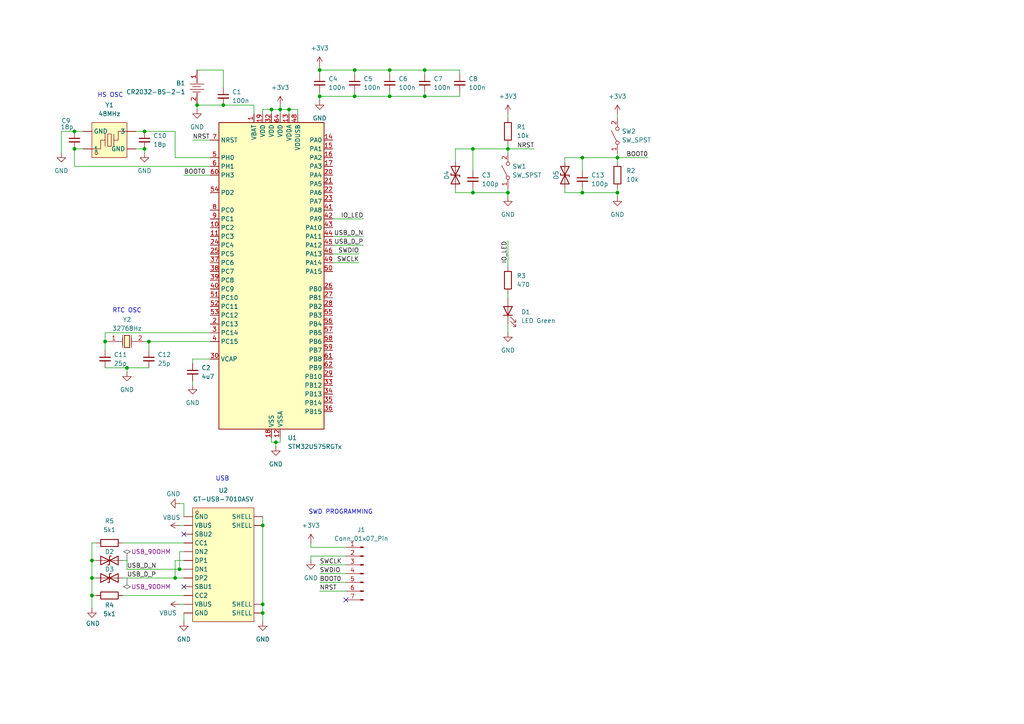
<source format=kicad_sch>
(kicad_sch (version 20250114) (generator "eeschema") (generator_version "9.0")
  (paper "A4")
  (lib_symbols
    (symbol "Connector:Conn_01x07_Pin" (pin_names (offset 1.016) (hide yes))
      (property "Reference" "J" (at 0 10.16 0))
      (property "Value" "Conn_01x07_Pin" (at 0 -10.16 0))
      (symbol "Conn_01x07_Pin_1_1"
        (rectangle (start 0.8636 7.747) (end 0 7.493) (stroke (width 0.1524)) (fill (type outline)))
        (rectangle (start 0.8636 5.207) (end 0 4.953) (stroke (width 0.1524)) (fill (type outline)))
        (rectangle (start 0.8636 2.667) (end 0 2.413) (stroke (width 0.1524)) (fill (type outline)))
        (rectangle (start 0.8636 0.127) (end 0 -0.127) (stroke (width 0.1524)) (fill (type outline)))
        (rectangle (start 0.8636 -2.413) (end 0 -2.667) (stroke (width 0.1524)) (fill (type outline)))
        (rectangle (start 0.8636 -4.953) (end 0 -5.207) (stroke (width 0.1524)) (fill (type outline)))
        (rectangle (start 0.8636 -7.493) (end 0 -7.747) (stroke (width 0.1524)) (fill (type outline)))
        (polyline (pts (xy 1.27 7.62) (xy 0.8636 7.62)) (stroke (width 0.1524)))
        (polyline (pts (xy 1.27 5.08) (xy 0.8636 5.08)) (stroke (width 0.1524)))
        (polyline (pts (xy 1.27 2.54) (xy 0.8636 2.54)) (stroke (width 0.1524)))
        (polyline (pts (xy 1.27 0) (xy 0.8636 0)) (stroke (width 0.1524)))
        (polyline (pts (xy 1.27 -2.54) (xy 0.8636 -2.54)) (stroke (width 0.1524)))
        (polyline (pts (xy 1.27 -5.08) (xy 0.8636 -5.08)) (stroke (width 0.1524)))
        (polyline (pts (xy 1.27 -7.62) (xy 0.8636 -7.62)) (stroke (width 0.1524)))
        (pin passive line (at 5.08 7.62 180) (length 3.81) (name "Pin_1") (number "1"))
        (pin passive line (at 5.08 5.08 180) (length 3.81) (name "Pin_2") (number "2"))
        (pin passive line (at 5.08 2.54 180) (length 3.81) (name "Pin_3") (number "3"))
        (pin passive line (at 5.08 0 180) (length 3.81) (name "Pin_4") (number "4"))
        (pin passive line (at 5.08 -2.54 180) (length 3.81) (name "Pin_5") (number "5"))
        (pin passive line (at 5.08 -5.08 180) (length 3.81) (name "Pin_6") (number "6"))
        (pin passive line (at 5.08 -7.62 180) (length 3.81) (name "Pin_7") (number "7"))
      )
    )
    (symbol "Device:C_Small" (pin_numbers (hide yes)) (pin_names (offset 0.254) (hide yes))
      (property "Reference" "C" (at 0.254 1.778 0))
      (property "Value" "C_Small" (at 0.254 -2.032 0))
      (symbol "C_Small_0_1"
        (polyline (pts (xy -1.524 0.508) (xy 1.524 0.508)) (stroke (width 0.3048)))
        (polyline (pts (xy -1.524 -0.508) (xy 1.524 -0.508)) (stroke (width 0.3302)))
      )
      (symbol "C_Small_1_1"
        (pin passive line (at 0 2.54 270) (length 2.032) (name "~") (number "1"))
        (pin passive line (at 0 -2.54 90) (length 2.032) (name "~") (number "2"))
      )
    )
    (symbol "Device:D_TVS" (pin_numbers (hide yes)) (pin_names (offset 1.016) (hide yes))
      (property "Reference" "D" (at 0 2.54 0))
      (property "Value" "D_TVS" (at 0 -2.54 0))
      (symbol "D_TVS_0_1"
        (polyline (pts (xy -2.54 1.27) (xy -2.54 -1.27) (xy 2.54 1.27) (xy 2.54 -1.27) (xy -2.54 1.27)) (stroke (width 0.254)))
        (polyline (pts (xy 0.508 1.27) (xy 0 1.27) (xy 0 -1.27) (xy -0.508 -1.27)) (stroke (width 0.254)))
        (polyline (pts (xy 1.27 0) (xy -1.27 0)))
      )
      (symbol "D_TVS_1_1"
        (pin passive line (at -3.81 0 0) (length 2.54) (name "A1") (number "1"))
        (pin passive line (at 3.81 0 180) (length 2.54) (name "A2") (number "2"))
      )
    )
    (symbol "Device:LED" (pin_numbers (hide yes)) (pin_names (offset 1.016) (hide yes))
      (property "Reference" "D" (at 0 2.54 0))
      (property "Value" "LED" (at 0 -2.54 0))
      (symbol "LED_0_1"
        (polyline (pts (xy -3.048 -0.762) (xy -4.572 -2.286) (xy -3.81 -2.286) (xy -4.572 -2.286) (xy -4.572 -1.524)))
        (polyline (pts (xy -1.778 -0.762) (xy -3.302 -2.286) (xy -2.54 -2.286) (xy -3.302 -2.286) (xy -3.302 -1.524)))
        (polyline (pts (xy -1.27 0) (xy 1.27 0)))
        (polyline (pts (xy -1.27 -1.27) (xy -1.27 1.27)) (stroke (width 0.254)))
        (polyline (pts (xy 1.27 -1.27) (xy 1.27 1.27) (xy -1.27 0) (xy 1.27 -1.27)) (stroke (width 0.254)))
      )
      (symbol "LED_1_1"
        (pin passive line (at -3.81 0 0) (length 2.54) (name "K") (number "1"))
        (pin passive line (at 3.81 0 180) (length 2.54) (name "A") (number "2"))
      )
    )
    (symbol "Device:R" (pin_numbers (hide yes)) (pin_names (offset 0))
      (property "Reference" "R" (at 2.032 0 90))
      (property "Value" "R" (at 0 0 90))
      (symbol "R_0_1"
        (rectangle (start -1.016 -2.54) (end 1.016 2.54) (stroke (width 0.254)))
      )
      (symbol "R_1_1"
        (pin passive line (at 0 3.81 270) (length 1.27) (name "~") (number "1"))
        (pin passive line (at 0 -3.81 90) (length 1.27) (name "~") (number "2"))
      )
    )
    (symbol "EasyEDA:CN4048M00009T8188019" (pin_numbers (hide yes))
      (property "Reference" "CRYSTAL" (at 0 7.62 0))
      (property "Value" "CN4048M00009T8188019" (at 0 -7.62 0))
      (symbol "CN4048M00009T8188019_0_1"
        (rectangle (start -5.08 5.08) (end 5.08 -5.08) (fill (type background)))
        (polyline (pts (xy -5.08 -2.54) (xy -2.54 -2.54) (xy -2.54 0) (xy -1.27 0)))
        (circle (center -3.81 -3.81) (radius 0.38))
        (polyline (pts (xy -1.27 -1.78) (xy -1.27 1.78)))
        (rectangle (start -0.51 1.78) (end 0.51 -1.78) (fill (type background)))
        (polyline (pts (xy 1.27 -1.78) (xy 1.27 1.78)))
        (polyline (pts (xy 5.08 2.54) (xy 2.54 2.54) (xy 2.54 0) (xy 1.27 0)))
        (pin input line (at -7.62 2.54 0) (length 2.54) (name "GND") (number "4"))
        (pin input line (at -7.62 -2.54 0) (length 2.54) (name "1") (number "1"))
        (pin input line (at 7.62 2.54 180) (length 2.54) (name "3") (number "3"))
        (pin input line (at 7.62 -2.54 180) (length 2.54) (name "GND") (number "2"))
      )
    )
    (symbol "EasyEDA:CR2032-BS-2-1" (pin_names (hide yes))
      (property "Reference" "B" (at 0 5.08 0))
      (property "Value" "CR2032-BS-2-1" (at 0 -5.08 0))
      (symbol "CR2032-BS-2-1_0_1"
        (polyline (pts (xy -1.02 2.03) (xy -1.02 -2.03)))
        (polyline (pts (xy -0.25 1.02) (xy -0.25 -1.27)))
        (polyline (pts (xy 0.51 2.03) (xy 0.51 -2.03)))
        (polyline (pts (xy 1.27 1.02) (xy 1.27 -1.27)))
        (pin input line (at -5.08 0 0) (length 3.81) (name "1") (number "1"))
        (pin input line (at 5.08 0 180) (length 3.556) (name "2") (number "2"))
      )
    )
    (symbol "EasyEDA:GT-USB-7010ASV" (pin_numbers (hide yes))
      (property "Reference" "U" (at 0 20.32 0))
      (property "Value" "GT-USB-7010ASV" (at 0 -17.78 0))
      (symbol "GT-USB-7010ASV_0_1"
        (rectangle (start -10.16 17.78) (end 7.62 -15.24) (fill (type background)))
        (circle (center -8.89 16.51) (radius 0.38))
        (pin unspecified line (at -12.7 15.24 0) (length 2.54) (name "GND") (number "A1B12"))
        (pin unspecified line (at -12.7 12.7 0) (length 2.54) (name "VBUS") (number "A4B9"))
        (pin unspecified line (at -12.7 10.16 0) (length 2.54) (name "SBU2") (number "B8"))
        (pin unspecified line (at -12.7 7.62 0) (length 2.54) (name "CC1") (number "A5"))
        (pin unspecified line (at -12.7 5.08 0) (length 2.54) (name "DN2") (number "B7"))
        (pin unspecified line (at -12.7 2.54 0) (length 2.54) (name "DP1") (number "A6"))
        (pin unspecified line (at -12.7 0 0) (length 2.54) (name "DN1") (number "A7"))
        (pin unspecified line (at -12.7 -2.54 0) (length 2.54) (name "DP2") (number "B6"))
        (pin unspecified line (at -12.7 -5.08 0) (length 2.54) (name "SBU1") (number "A8"))
        (pin unspecified line (at -12.7 -7.62 0) (length 2.54) (name "CC2") (number "B5"))
        (pin unspecified line (at -12.7 -10.16 0) (length 2.54) (name "VBUS") (number "B4A9"))
        (pin unspecified line (at -12.7 -12.7 0) (length 2.54) (name "GND") (number "B1A12"))
        (pin unspecified line (at 10.16 15.24 180) (length 2.54) (name "SHELL") (number "4"))
        (pin unspecified line (at 10.16 12.7 180) (length 2.54) (name "SHELL") (number "3"))
        (pin unspecified line (at 10.16 -10.16 180) (length 2.54) (name "SHELL") (number "2"))
        (pin unspecified line (at 10.16 -12.7 180) (length 2.54) (name "SHELL") (number "1"))
      )
    )
    (symbol "EasyEDA:TAXD32768K2BGACZT2T" (pin_names (hide yes))
      (property "Reference" "X" (at 0 5.08 0))
      (property "Value" "TAXD32768K2BGACZT2T" (at 0 -5.08 0))
      (symbol "TAXD32768K2BGACZT2T_0_1"
        (polyline (pts (xy -2.54 0) (xy -1.52 0)))
        (polyline (pts (xy -1.27 -1.02) (xy -1.27 1.02)))
        (polyline (pts (xy -1.27 -1.78) (xy -1.27 1.78)))
        (polyline (pts (xy -0.76 -1.78) (xy -0.76 1.78) (xy 0.76 1.78) (xy 0.76 -1.78)))
        (polyline (pts (xy 0.76 1.78) (xy 0.76 -1.78) (xy -0.76 -1.78) (xy -0.76 1.78) (xy 0.76 1.78)) (fill (type background)))
        (polyline (pts (xy 0.76 -1.78) (xy -0.76 -1.78)))
        (polyline (pts (xy 1.27 -1.02) (xy 1.27 1.02)))
        (polyline (pts (xy 1.27 -1.78) (xy 1.27 1.78)))
        (polyline (pts (xy 2.54 0) (xy 1.52 0)))
        (pin input line (at -5.08 0 0) (length 2.54) (name "OSC1") (number "1"))
        (pin input line (at 5.08 0 180) (length 2.54) (name "OSC2") (number "2"))
      )
    )
    (symbol "MCU_ST_STM32U5:STM32U575RGTx"
      (property "Reference" "U" (at -15.24 46.99 0))
      (property "Value" "STM32U575RGTx" (at 10.16 46.99 0))
      (symbol "STM32U575RGTx_0_1"
        (rectangle (start -15.24 -43.18) (end 15.24 45.72) (stroke (width 0.254)) (fill (type background)))
      )
      (symbol "STM32U575RGTx_1_1"
        (pin input line (at -17.78 40.64 0) (length 2.54) (name "NRST") (number "7"))
        (pin bidirectional line (at -17.78 35.56 0) (length 2.54) (name "PH0") (number "5"))
        (pin bidirectional line (at -17.78 33.02 0) (length 2.54) (name "PH1") (number "6"))
        (pin bidirectional line (at -17.78 30.48 0) (length 2.54) (name "PH3") (number "60"))
        (pin bidirectional line (at -17.78 25.4 0) (length 2.54) (name "PD2") (number "54"))
        (pin bidirectional line (at -17.78 20.32 0) (length 2.54) (name "PC0") (number "8"))
        (pin bidirectional line (at -17.78 17.78 0) (length 2.54) (name "PC1") (number "9"))
        (pin bidirectional line (at -17.78 15.24 0) (length 2.54) (name "PC2") (number "10"))
        (pin bidirectional line (at -17.78 12.7 0) (length 2.54) (name "PC3") (number "11"))
        (pin bidirectional line (at -17.78 10.16 0) (length 2.54) (name "PC4") (number "24"))
        (pin bidirectional line (at -17.78 7.62 0) (length 2.54) (name "PC5") (number "25"))
        (pin bidirectional line (at -17.78 5.08 0) (length 2.54) (name "PC6") (number "37"))
        (pin bidirectional line (at -17.78 2.54 0) (length 2.54) (name "PC7") (number "38"))
        (pin bidirectional line (at -17.78 0 0) (length 2.54) (name "PC8") (number "39"))
        (pin bidirectional line (at -17.78 -2.54 0) (length 2.54) (name "PC9") (number "40"))
        (pin bidirectional line (at -17.78 -5.08 0) (length 2.54) (name "PC10") (number "51"))
        (pin bidirectional line (at -17.78 -7.62 0) (length 2.54) (name "PC11") (number "52"))
        (pin bidirectional line (at -17.78 -10.16 0) (length 2.54) (name "PC12") (number "53"))
        (pin bidirectional line (at -17.78 -12.7 0) (length 2.54) (name "PC13") (number "2"))
        (pin bidirectional line (at -17.78 -15.24 0) (length 2.54) (name "PC14") (number "3"))
        (pin bidirectional line (at -17.78 -17.78 0) (length 2.54) (name "PC15") (number "4"))
        (pin power_out line (at -17.78 -22.86 0) (length 2.54) (name "VCAP") (number "30"))
        (pin power_in line (at -5.08 48.26 270) (length 2.54) (name "VBAT") (number "1"))
        (pin power_in line (at -2.54 48.26 270) (length 2.54) (name "VDD") (number "19"))
        (pin power_in line (at 0 48.26 270) (length 2.54) (name "VDD") (number "32"))
        (pin power_in line (at 0 -45.72 90) (length 2.54) (name "VSS") (number "18"))
        (pin passive line (at 0 -45.72 90) (length 2.54) (hide yes) (name "VSS") (number "31"))
        (pin passive line (at 0 -45.72 90) (length 2.54) (hide yes) (name "VSS") (number "47"))
        (pin passive line (at 0 -45.72 90) (length 2.54) (hide yes) (name "VSS") (number "63"))
        (pin power_in line (at 2.54 48.26 270) (length 2.54) (name "VDD") (number "64"))
        (pin power_in line (at 2.54 -45.72 90) (length 2.54) (name "VSSA") (number "12"))
        (pin power_in line (at 5.08 48.26 270) (length 2.54) (name "VDDA") (number "13"))
        (pin power_in line (at 7.62 48.26 270) (length 2.54) (name "VDDUSB") (number "48"))
        (pin bidirectional line (at 17.78 40.64 180) (length 2.54) (name "PA0") (number "14"))
        (pin bidirectional line (at 17.78 38.1 180) (length 2.54) (name "PA1") (number "15"))
        (pin bidirectional line (at 17.78 35.56 180) (length 2.54) (name "PA2") (number "16"))
        (pin bidirectional line (at 17.78 33.02 180) (length 2.54) (name "PA3") (number "17"))
        (pin bidirectional line (at 17.78 30.48 180) (length 2.54) (name "PA4") (number "20"))
        (pin bidirectional line (at 17.78 27.94 180) (length 2.54) (name "PA5") (number "21"))
        (pin bidirectional line (at 17.78 25.4 180) (length 2.54) (name "PA6") (number "22"))
        (pin bidirectional line (at 17.78 22.86 180) (length 2.54) (name "PA7") (number "23"))
        (pin bidirectional line (at 17.78 20.32 180) (length 2.54) (name "PA8") (number "41"))
        (pin bidirectional line (at 17.78 17.78 180) (length 2.54) (name "PA9") (number "42"))
        (pin bidirectional line (at 17.78 15.24 180) (length 2.54) (name "PA10") (number "43"))
        (pin bidirectional line (at 17.78 12.7 180) (length 2.54) (name "PA11") (number "44"))
        (pin bidirectional line (at 17.78 10.16 180) (length 2.54) (name "PA12") (number "45"))
        (pin bidirectional line (at 17.78 7.62 180) (length 2.54) (name "PA13") (number "46"))
        (pin bidirectional line (at 17.78 5.08 180) (length 2.54) (name "PA14") (number "49"))
        (pin bidirectional line (at 17.78 2.54 180) (length 2.54) (name "PA15") (number "50"))
        (pin bidirectional line (at 17.78 -2.54 180) (length 2.54) (name "PB0") (number "26"))
        (pin bidirectional line (at 17.78 -5.08 180) (length 2.54) (name "PB1") (number "27"))
        (pin bidirectional line (at 17.78 -7.62 180) (length 2.54) (name "PB2") (number "28"))
        (pin bidirectional line (at 17.78 -10.16 180) (length 2.54) (name "PB3") (number "55"))
        (pin bidirectional line (at 17.78 -12.7 180) (length 2.54) (name "PB4") (number "56"))
        (pin bidirectional line (at 17.78 -15.24 180) (length 2.54) (name "PB5") (number "57"))
        (pin bidirectional line (at 17.78 -17.78 180) (length 2.54) (name "PB6") (number "58"))
        (pin bidirectional line (at 17.78 -20.32 180) (length 2.54) (name "PB7") (number "59"))
        (pin bidirectional line (at 17.78 -22.86 180) (length 2.54) (name "PB8") (number "61"))
        (pin bidirectional line (at 17.78 -25.4 180) (length 2.54) (name "PB9") (number "62"))
        (pin bidirectional line (at 17.78 -27.94 180) (length 2.54) (name "PB10") (number "29"))
        (pin bidirectional line (at 17.78 -30.48 180) (length 2.54) (name "PB12") (number "33"))
        (pin bidirectional line (at 17.78 -33.02 180) (length 2.54) (name "PB13") (number "34"))
        (pin bidirectional line (at 17.78 -35.56 180) (length 2.54) (name "PB14") (number "35"))
        (pin bidirectional line (at 17.78 -38.1 180) (length 2.54) (name "PB15") (number "36"))
      )
    )
    (symbol "Switch:SW_SPST" (pin_names (offset 0) (hide yes))
      (property "Reference" "SW" (at 0 3.175 0))
      (property "Value" "SW_SPST" (at 0 -2.54 0))
      (symbol "SW_SPST_0_0"
        (circle (center -2.032 0) (radius 0.508))
        (polyline (pts (xy -1.524 0.254) (xy 1.524 1.778)))
        (circle (center 2.032 0) (radius 0.508))
      )
      (symbol "SW_SPST_1_1"
        (pin passive line (at -5.08 0 0) (length 2.54) (name "A") (number "1"))
        (pin passive line (at 5.08 0 180) (length 2.54) (name "B") (number "2"))
      )
    )
    (symbol "power:+3V3" (power) (pin_numbers (hide yes)) (pin_names (offset 0) (hide yes))
      (property "Value" "+3V3" (at 0 3.556 0))
      (symbol "+3V3_0_1"
        (polyline (pts (xy -0.762 1.27) (xy 0 2.54)))
        (polyline (pts (xy 0 2.54) (xy 0.762 1.27)))
        (polyline (pts (xy 0 0) (xy 0 2.54)))
      )
      (symbol "+3V3_1_1"
        (pin power_in line (at 0 0 90) (length 0) (name "~") (number "1"))
      )
    )
    (symbol "power:GND" (power) (pin_numbers (hide yes)) (pin_names (offset 0) (hide yes))
      (property "Value" "GND" (at 0 -3.81 0))
      (symbol "GND_0_1"
        (polyline (pts (xy 0 0) (xy 0 -1.27) (xy 1.27 -1.27) (xy 0 -2.54) (xy -1.27 -1.27) (xy 0 -1.27)))
      )
      (symbol "GND_1_1"
        (pin power_in line (at 0 0 270) (length 0) (name "~") (number "1"))
      )
    )
    (symbol "power:VBUS" (power) (pin_numbers (hide yes)) (pin_names (offset 0) (hide yes))
      (property "Value" "VBUS" (at 0 3.556 0))
      (symbol "VBUS_0_1"
        (polyline (pts (xy -0.762 1.27) (xy 0 2.54)))
        (polyline (pts (xy 0 2.54) (xy 0.762 1.27)))
        (polyline (pts (xy 0 0) (xy 0 2.54)))
      )
      (symbol "VBUS_1_1"
        (pin power_in line (at 0 0 90) (length 0) (name "~") (number "1"))
      )
    )
  )
  (text "HS OSC" (at 32.004 27.686 0) (effects (font (size 1.27 1.27))))
  (text "SWD PROGRAMMING" (at 98.806 148.59 0) (effects (font (size 1.27 1.27))))
  (text "RTC OSC" (at 36.83 90.17 0) (effects (font (size 1.27 1.27))))
  (text "USB" (at 64.516 138.938 0) (effects (font (size 1.27 1.27))))
  (junction (at 102.87 27.94))
  (junction (at 113.03 27.94))
  (junction (at 21.59 38.1))
  (junction (at 137.16 55.88))
  (junction (at 21.59 43.18))
  (junction (at 76.2 177.8))
  (junction (at 80.01 128.27))
  (junction (at 179.07 45.72))
  (junction (at 43.18 99.06))
  (junction (at 78.74 31.75))
  (junction (at 179.07 55.88))
  (junction (at 64.77 30.48))
  (junction (at 81.28 31.75))
  (junction (at 102.87 20.32))
  (junction (at 26.67 172.72))
  (junction (at 41.91 43.18))
  (junction (at 147.32 43.18))
  (junction (at 147.32 55.88))
  (junction (at 41.91 38.1))
  (junction (at 113.03 20.32))
  (junction (at 36.83 106.68))
  (junction (at 52.07 165.1))
  (junction (at 137.16 43.18))
  (junction (at 30.48 99.06))
  (junction (at 168.91 45.72))
  (junction (at 76.2 175.26))
  (junction (at 76.2 152.4))
  (junction (at 123.19 20.32))
  (junction (at 92.71 27.94))
  (junction (at 26.67 162.56))
  (junction (at 168.91 55.88))
  (junction (at 92.71 20.32))
  (junction (at 26.67 167.64))
  (junction (at 123.19 27.94))
  (junction (at 50.8 167.64))
  (junction (at 57.15 30.48))
  (junction (at 83.82 31.75))
  (no_connect (at 100.33 173.99))
  (no_connect (at 53.34 170.18))
  (no_connect (at 53.34 154.94))
  (wire (pts (xy 179.07 55.88) (xy 179.07 57.15)))
  (wire (pts (xy 55.88 40.64) (xy 60.96 40.64)))
  (wire (pts (xy 92.71 27.94) (xy 92.71 29.21)))
  (wire (pts (xy 73.66 33.02) (xy 73.66 30.48)))
  (wire (pts (xy 163.83 55.88) (xy 163.83 54.61)))
  (wire (pts (xy 92.71 166.37) (xy 100.33 166.37)))
  (wire (pts (xy 21.59 48.26) (xy 60.96 48.26)))
  (wire (pts (xy 113.03 20.32) (xy 123.19 20.32)))
  (wire (pts (xy 17.78 38.1) (xy 21.59 38.1)))
  (wire (pts (xy 123.19 20.32) (xy 123.19 21.59)))
  (wire (pts (xy 179.07 45.72) (xy 179.07 44.45)))
  (wire (pts (xy 147.32 55.88) (xy 147.32 54.61)))
  (wire (pts (xy 137.16 55.88) (xy 147.32 55.88)))
  (wire (pts (xy 55.88 110.49) (xy 55.88 111.76)))
  (wire (pts (xy 132.08 46.99) (xy 132.08 43.18)))
  (wire (pts (xy 76.2 33.02) (xy 76.2 31.75)))
  (wire (pts (xy 30.48 96.52) (xy 60.96 96.52)))
  (wire (pts (xy 26.67 167.64) (xy 27.94 167.64)))
  (wire (pts (xy 147.32 55.88) (xy 147.32 57.15)))
  (wire (pts (xy 41.91 43.18) (xy 41.91 44.45)))
  (wire (pts (xy 147.32 41.91) (xy 147.32 43.18)))
  (wire (pts (xy 53.34 146.05) (xy 53.34 149.86)))
  (wire (pts (xy 53.34 50.8) (xy 60.96 50.8)))
  (wire (pts (xy 21.59 38.1) (xy 24.13 38.1)))
  (wire (pts (xy 132.08 43.18) (xy 137.16 43.18)))
  (wire (pts (xy 39.37 38.1) (xy 41.91 38.1)))
  (wire (pts (xy 76.2 175.26) (xy 76.2 177.8)))
  (wire (pts (xy 168.91 55.88) (xy 168.91 54.61)))
  (wire (pts (xy 76.2 152.4) (xy 76.2 175.26)))
  (wire (pts (xy 26.67 157.48) (xy 27.94 157.48)))
  (wire (pts (xy 78.74 128.27) (xy 80.01 128.27)))
  (wire (pts (xy 41.91 99.06) (xy 43.18 99.06)))
  (wire (pts (xy 78.74 31.75) (xy 81.28 31.75)))
  (wire (pts (xy 39.37 43.18) (xy 41.91 43.18)))
  (wire (pts (xy 35.56 162.56) (xy 36.83 162.56)))
  (wire (pts (xy 147.32 93.98) (xy 147.32 96.52)))
  (wire (pts (xy 113.03 20.32) (xy 113.03 21.59)))
  (wire (pts (xy 30.48 99.06) (xy 31.75 99.06)))
  (wire (pts (xy 123.19 27.94) (xy 133.35 27.94)))
  (wire (pts (xy 78.74 127) (xy 78.74 128.27)))
  (wire (pts (xy 147.32 33.02) (xy 147.32 34.29)))
  (wire (pts (xy 92.71 27.94) (xy 102.87 27.94)))
  (wire (pts (xy 36.83 106.68) (xy 43.18 106.68)))
  (wire (pts (xy 81.28 33.02) (xy 81.28 31.75)))
  (wire (pts (xy 35.56 157.48) (xy 53.34 157.48)))
  (wire (pts (xy 26.67 167.64) (xy 26.67 172.72)))
  (wire (pts (xy 168.91 55.88) (xy 163.83 55.88)))
  (wire (pts (xy 36.83 165.1) (xy 52.07 165.1)))
  (wire (pts (xy 26.67 172.72) (xy 27.94 172.72)))
  (wire (pts (xy 147.32 43.18) (xy 147.32 44.45)))
  (wire (pts (xy 52.07 160.02) (xy 52.07 165.1)))
  (wire (pts (xy 92.71 20.32) (xy 92.71 21.59)))
  (wire (pts (xy 92.71 19.05) (xy 92.71 20.32)))
  (wire (pts (xy 35.56 172.72) (xy 53.34 172.72)))
  (wire (pts (xy 179.07 33.02) (xy 179.07 34.29)))
  (wire (pts (xy 137.16 55.88) (xy 137.16 54.61)))
  (wire (pts (xy 55.88 104.14) (xy 60.96 104.14)))
  (wire (pts (xy 96.52 63.5) (xy 105.41 63.5)))
  (wire (pts (xy 179.07 45.72) (xy 179.07 46.99)))
  (wire (pts (xy 50.8 45.72) (xy 60.96 45.72)))
  (wire (pts (xy 163.83 46.99) (xy 163.83 45.72)))
  (wire (pts (xy 76.2 31.75) (xy 78.74 31.75)))
  (wire (pts (xy 92.71 20.32) (xy 102.87 20.32)))
  (wire (pts (xy 137.16 55.88) (xy 132.08 55.88)))
  (wire (pts (xy 123.19 26.67) (xy 123.19 27.94)))
  (wire (pts (xy 102.87 20.32) (xy 102.87 21.59)))
  (wire (pts (xy 90.17 161.29) (xy 90.17 162.56)))
  (wire (pts (xy 113.03 26.67) (xy 113.03 27.94)))
  (wire (pts (xy 26.67 162.56) (xy 26.67 167.64)))
  (wire (pts (xy 52.07 146.05) (xy 53.34 146.05)))
  (wire (pts (xy 55.88 105.41) (xy 55.88 104.14)))
  (wire (pts (xy 50.8 162.56) (xy 50.8 167.64)))
  (wire (pts (xy 35.56 167.64) (xy 50.8 167.64)))
  (wire (pts (xy 52.07 175.26) (xy 53.34 175.26)))
  (wire (pts (xy 26.67 162.56) (xy 27.94 162.56)))
  (wire (pts (xy 100.33 161.29) (xy 90.17 161.29)))
  (wire (pts (xy 102.87 26.67) (xy 102.87 27.94)))
  (wire (pts (xy 81.28 128.27) (xy 81.28 127)))
  (wire (pts (xy 80.01 128.27) (xy 80.01 129.54)))
  (wire (pts (xy 90.17 158.75) (xy 90.17 157.48)))
  (wire (pts (xy 43.18 99.06) (xy 60.96 99.06)))
  (wire (pts (xy 147.32 85.09) (xy 147.32 86.36)))
  (wire (pts (xy 92.71 163.83) (xy 100.33 163.83)))
  (wire (pts (xy 78.74 31.75) (xy 78.74 33.02)))
  (wire (pts (xy 73.66 30.48) (xy 64.77 30.48)))
  (wire (pts (xy 92.71 168.91) (xy 100.33 168.91)))
  (wire (pts (xy 96.52 73.66) (xy 104.14 73.66)))
  (wire (pts (xy 187.96 45.72) (xy 179.07 45.72)))
  (wire (pts (xy 86.36 31.75) (xy 83.82 31.75)))
  (wire (pts (xy 133.35 20.32) (xy 133.35 21.59)))
  (wire (pts (xy 50.8 38.1) (xy 50.8 45.72)))
  (wire (pts (xy 137.16 43.18) (xy 147.32 43.18)))
  (wire (pts (xy 76.2 177.8) (xy 76.2 180.34)))
  (wire (pts (xy 53.34 177.8) (xy 53.34 180.34)))
  (wire (pts (xy 21.59 43.18) (xy 21.59 48.26)))
  (wire (pts (xy 53.34 167.64) (xy 50.8 167.64)))
  (wire (pts (xy 92.71 26.67) (xy 92.71 27.94)))
  (wire (pts (xy 113.03 27.94) (xy 123.19 27.94)))
  (wire (pts (xy 52.07 165.1) (xy 53.34 165.1)))
  (wire (pts (xy 154.94 43.18) (xy 147.32 43.18)))
  (wire (pts (xy 30.48 99.06) (xy 30.48 96.52)))
  (wire (pts (xy 30.48 101.6) (xy 30.48 99.06)))
  (wire (pts (xy 36.83 106.68) (xy 36.83 107.95)))
  (wire (pts (xy 83.82 33.02) (xy 83.82 31.75)))
  (wire (pts (xy 36.83 162.56) (xy 36.83 165.1)))
  (wire (pts (xy 57.15 30.48) (xy 64.77 30.48)))
  (wire (pts (xy 64.77 25.4) (xy 64.77 20.32)))
  (wire (pts (xy 52.07 152.4) (xy 53.34 152.4)))
  (wire (pts (xy 80.01 128.27) (xy 81.28 128.27)))
  (wire (pts (xy 81.28 30.48) (xy 81.28 31.75)))
  (wire (pts (xy 64.77 20.32) (xy 57.15 20.32)))
  (wire (pts (xy 168.91 55.88) (xy 179.07 55.88)))
  (wire (pts (xy 26.67 157.48) (xy 26.67 162.56)))
  (wire (pts (xy 96.52 68.58) (xy 105.41 68.58)))
  (wire (pts (xy 41.91 38.1) (xy 50.8 38.1)))
  (wire (pts (xy 53.34 160.02) (xy 52.07 160.02)))
  (wire (pts (xy 100.33 158.75) (xy 90.17 158.75)))
  (wire (pts (xy 102.87 20.32) (xy 113.03 20.32)))
  (wire (pts (xy 132.08 55.88) (xy 132.08 54.61)))
  (wire (pts (xy 168.91 45.72) (xy 179.07 45.72)))
  (wire (pts (xy 133.35 27.94) (xy 133.35 26.67)))
  (wire (pts (xy 26.67 176.53) (xy 26.67 172.72)))
  (wire (pts (xy 50.8 162.56) (xy 53.34 162.56)))
  (wire (pts (xy 30.48 106.68) (xy 36.83 106.68)))
  (wire (pts (xy 147.32 69.85) (xy 147.32 77.47)))
  (wire (pts (xy 179.07 54.61) (xy 179.07 55.88)))
  (wire (pts (xy 83.82 31.75) (xy 81.28 31.75)))
  (wire (pts (xy 21.59 43.18) (xy 24.13 43.18)))
  (wire (pts (xy 57.15 30.48) (xy 57.15 31.75)))
  (wire (pts (xy 168.91 49.53) (xy 168.91 45.72)))
  (wire (pts (xy 96.52 76.2) (xy 104.14 76.2)))
  (wire (pts (xy 123.19 20.32) (xy 133.35 20.32)))
  (wire (pts (xy 86.36 33.02) (xy 86.36 31.75)))
  (wire (pts (xy 92.71 171.45) (xy 100.33 171.45)))
  (wire (pts (xy 163.83 45.72) (xy 168.91 45.72)))
  (wire (pts (xy 96.52 71.12) (xy 105.41 71.12)))
  (wire (pts (xy 17.78 44.45) (xy 17.78 38.1)))
  (wire (pts (xy 43.18 99.06) (xy 43.18 101.6)))
  (wire (pts (xy 76.2 149.86) (xy 76.2 152.4)))
  (wire (pts (xy 102.87 27.94) (xy 113.03 27.94)))
  (wire (pts (xy 137.16 49.53) (xy 137.16 43.18)))
  (label "BOOT0" (at 187.96 45.72 180))
  (label "USB_D_N" (at 105.41 68.58 180))
  (label "NRST" (at 92.71 171.45 0))
  (label "USB_D_N" (at 36.83 165.1 0))
  (label "NRST" (at 154.94 43.18 180))
  (label "USB_D_P" (at 105.41 71.12 180))
  (label "SWCLK" (at 104.14 76.2 180))
  (label "SWDIO" (at 104.14 73.66 180))
  (label "SWCLK" (at 92.71 163.83 0))
  (label "BOOT0" (at 53.34 50.8 0))
  (label "USB_D_P" (at 36.83 167.64 0))
  (label "NRST" (at 55.88 40.64 0))
  (label "IO_LED" (at 105.41 63.5 180))
  (label "BOOT0" (at 92.71 168.91 0))
  (label "SWDIO" (at 92.71 166.37 0))
  (label "IO_LED" (at 147.32 69.85 270))
  (netclass_flag "" (length 2.54) (shape diamond) (at 36.83 167.64 180) (property "Netclass" "USB_90OHM" (at 38.0365 170.18 0) (effects (justify left))))
  (netclass_flag "" (length 2.54) (shape diamond) (at 36.83 162.56 0) (property "Netclass" "USB_90OHM" (at 38.0365 160.02 0) (effects (justify left))))
  (symbol (lib_id "Device:D_TVS") (at 132.08 50.8 270) (unit 1)
    (property "Reference" "D4" (at 129.54 50.8 0))
    (property "Value" "0603ESDA-05N" (effects (hide yes)))
    (property "Footprint" "Diode_SMD:D_0603_1608Metric_Pad1.05x0.95mm_HandSolder" (effects (hide yes)))
    (property "Description" "Bidirectional transient-voltage-suppression diode" (effects (hide yes)))
    (property "LCSC Part" "C316054" (effects (hide yes)))
  )
  (symbol (lib_id "power:+3V3") (at 92.71 19.05 0) (unit 1)
    (property "Reference" "#PWR09" (effects (hide yes)))
    (property "Value" "+3V3" (at 92.71 13.97 0))
    (property "Description" "Power symbol creates a global label with name \"+3V3\"" (effects (hide yes)))
  )
  (symbol (lib_id "EasyEDA:TAXD32768K2BGACZT2T") (at 36.83 99.06 0) (unit 1)
    (property "Reference" "Y2" (at 36.83 92.71 0))
    (property "Value" "32768Hz" (at 36.83 95.25 0))
    (property "Footprint" "EasyEDA:OSC-TH_BD1.9-P0.70" (effects (hide yes)))
    (property "Datasheet" "https://lcsc.com/product-detail/DIP-Crystal-Resonators_Zhejiang-Abel-Elec-TAXD32768K2BGACZT2T_C403947.html" (effects (hide yes)))
    (property "Description" "TAXD32768K2BGACZT2T" (effects (hide yes)))
    (property "LCSC Part" "C403947" (effects (hide yes)))
  )
  (symbol (lib_id "Device:R") (at 147.32 81.28 0) (unit 1)
    (property "Reference" "R3" (at 149.86 80.0099 0) (effects (justify left)))
    (property "Value" "470" (at 149.86 82.5499 0) (effects (justify left)))
    (property "Description" "Resistor" (effects (hide yes)))
  )
  (symbol (lib_id "power:GND") (at 147.32 96.52 0) (unit 1)
    (property "Reference" "#PWR014" (effects (hide yes)))
    (property "Value" "GND" (at 147.32 101.6 0))
    (property "Description" "Power symbol creates a global label with name \"GND\" , ground" (effects (hide yes)))
  )
  (symbol (lib_id "Device:C_Small") (at 137.16 52.07 0) (unit 1)
    (property "Reference" "C3" (at 139.7 50.8062 0) (effects (justify left)))
    (property "Value" "100p" (at 139.7 53.3462 0) (effects (justify left)))
    (property "Description" "Unpolarized capacitor, small symbol" (effects (hide yes)))
  )
  (symbol (lib_id "power:GND") (at 52.07 146.05 270) (unit 1)
    (property "Reference" "#PWR021" (effects (hide yes)))
    (property "Value" "GND" (at 52.324 143.256 90) (effects (justify right)))
    (property "Description" "Power symbol creates a global label with name \"GND\" , ground" (effects (hide yes)))
  )
  (symbol (lib_id "power:GND") (at 17.78 44.45 0) (unit 1)
    (property "Reference" "#PWR011" (effects (hide yes)))
    (property "Value" "GND" (at 17.78 49.53 0))
    (property "Description" "Power symbol creates a global label with name \"GND\" , ground" (effects (hide yes)))
  )
  (symbol (lib_id "Device:R") (at 147.32 38.1 0) (unit 1)
    (property "Reference" "R1" (at 149.86 36.8299 0) (effects (justify left)))
    (property "Value" "10k" (at 149.86 39.3699 0) (effects (justify left)))
    (property "Description" "Resistor" (effects (hide yes)))
  )
  (symbol (lib_id "power:VBUS") (at 52.07 152.4 90) (unit 1)
    (property "Reference" "#PWR023" (effects (hide yes)))
    (property "Value" "VBUS" (at 52.324 150.114 90) (effects (justify left)))
    (property "Description" "Power symbol creates a global label with name \"VBUS\"" (effects (hide yes)))
  )
  (symbol (lib_id "power:GND") (at 57.15 31.75 0) (unit 1)
    (property "Reference" "#PWR01" (effects (hide yes)))
    (property "Value" "GND" (at 57.15 36.83 0))
    (property "Description" "Power symbol creates a global label with name \"GND\" , ground" (effects (hide yes)))
  )
  (symbol (lib_id "Device:D_TVS") (at 31.75 167.64 180) (unit 1)
    (property "Reference" "D3" (at 31.75 165.1 0))
    (property "Value" "0603ESDA-05N" (effects (hide yes)))
    (property "Footprint" "Diode_SMD:D_0603_1608Metric_Pad1.05x0.95mm_HandSolder" (effects (hide yes)))
    (property "Description" "Bidirectional transient-voltage-suppression diode" (effects (hide yes)))
    (property "LCSC Part" "C316054" (effects (hide yes)))
  )
  (symbol (lib_id "power:GND") (at 55.88 111.76 0) (unit 1)
    (property "Reference" "#PWR04" (effects (hide yes)))
    (property "Value" "GND" (at 55.88 116.84 0))
    (property "Description" "Power symbol creates a global label with name \"GND\" , ground" (effects (hide yes)))
  )
  (symbol (lib_id "Device:D_TVS") (at 31.75 162.56 180) (unit 1)
    (property "Reference" "D2" (at 31.75 160.02 0))
    (property "Value" "0603ESDA-05N" (effects (hide yes)))
    (property "Footprint" "Diode_SMD:D_0603_1608Metric_Pad1.05x0.95mm_HandSolder" (effects (hide yes)))
    (property "Description" "Bidirectional transient-voltage-suppression diode" (effects (hide yes)))
    (property "LCSC Part" "C316054" (effects (hide yes)))
  )
  (symbol (lib_id "EasyEDA:CR2032-BS-2-1") (at 57.15 25.4 270) (unit 1)
    (property "Reference" "B1" (at 51.054 24.13 90) (effects (justify left)))
    (property "Value" "CR2032-BS-2-1" (at 36.576 26.67 90) (effects (justify left)))
    (property "Footprint" "EasyEDA:BAT-TH_BS-2-1" (effects (hide yes)))
    (property "Datasheet" "https://lcsc.com/product-detail/Battery-Holders-Clips-Contacts_CR2032battery_C70376.html" (effects (hide yes)))
    (property "LCSC Part" "C70376" (effects (hide yes)))
  )
  (symbol (lib_id "power:+3V3") (at 90.17 157.48 0) (unit 1)
    (property "Reference" "#PWR015" (effects (hide yes)))
    (property "Value" "+3V3" (at 90.17 152.4 0))
    (property "Description" "Power symbol creates a global label with name \"+3V3\"" (effects (hide yes)))
  )
  (symbol (lib_id "power:GND") (at 92.71 29.21 0) (unit 1)
    (property "Reference" "#PWR010" (effects (hide yes)))
    (property "Value" "GND" (at 92.71 34.29 0))
    (property "Description" "Power symbol creates a global label with name \"GND\" , ground" (effects (hide yes)))
  )
  (symbol (lib_id "MCU_ST_STM32U5:STM32U575RGTx") (at 78.74 81.28 0) (unit 1)
    (property "Reference" "U1" (at 83.4233 127 0) (effects (justify left)))
    (property "Value" "STM32U575RGTx" (at 83.4233 129.54 0) (effects (justify left)))
    (property "Footprint" "Package_QFP:LQFP-64_10x10mm_P0.5mm" (effects (hide yes)))
    (property "Datasheet" "https://www.st.com/resource/en/datasheet/stm32u575rg.pdf" (effects (hide yes)))
    (property "Description" "STMicroelectronics Arm Cortex-M33 MCU, 1024KB flash, 786KB RAM, 160 MHz, 1.71-3.6V, 51 GPIO, LQFP64" (effects (hide yes)))
  )
  (symbol (lib_id "power:GND") (at 90.17 162.56 0) (unit 1)
    (property "Reference" "#PWR016" (effects (hide yes)))
    (property "Value" "GND" (at 90.17 167.64 0))
    (property "Description" "Power symbol creates a global label with name \"GND\" , ground" (effects (hide yes)))
  )
  (symbol (lib_id "Device:C_Small") (at 41.91 40.64 0) (unit 1)
    (property "Reference" "C10" (at 44.45 39.3762 0) (effects (justify left)))
    (property "Value" "18p" (at 44.45 41.9162 0) (effects (justify left)))
    (property "Description" "Unpolarized capacitor, small symbol" (effects (hide yes)))
  )
  (symbol (lib_id "Device:C_Small") (at 30.48 104.14 0) (unit 1)
    (property "Reference" "C11" (at 33.02 102.8762 0) (effects (justify left)))
    (property "Value" "25p" (at 33.02 105.4162 0) (effects (justify left)))
    (property "Description" "Unpolarized capacitor, small symbol" (effects (hide yes)))
  )
  (symbol (lib_id "Device:C_Small") (at 21.59 40.64 0) (unit 1)
    (property "Reference" "C9" (at 17.78 35.052 0) (effects (justify left)))
    (property "Value" "18p" (at 17.526 36.83 0) (effects (justify left)))
    (property "Description" "Unpolarized capacitor, small symbol" (effects (hide yes)))
  )
  (symbol (lib_id "Device:C_Small") (at 133.35 24.13 0) (unit 1)
    (property "Reference" "C8" (at 135.89 22.8662 0) (effects (justify left)))
    (property "Value" "100n" (at 135.89 25.4062 0) (effects (justify left)))
    (property "Description" "Unpolarized capacitor, small symbol" (effects (hide yes)))
  )
  (symbol (lib_id "Device:R") (at 31.75 157.48 90) (unit 1)
    (property "Reference" "R5" (at 31.75 151.13 90))
    (property "Value" "5k1" (at 31.75 153.67 90))
    (property "Description" "Resistor" (effects (hide yes)))
  )
  (symbol (lib_id "Device:C_Small") (at 43.18 104.14 0) (unit 1)
    (property "Reference" "C12" (at 45.72 102.8762 0) (effects (justify left)))
    (property "Value" "25p" (at 45.72 105.4162 0) (effects (justify left)))
    (property "Description" "Unpolarized capacitor, small symbol" (effects (hide yes)))
  )
  (symbol (lib_id "power:GND") (at 53.34 180.34 0) (unit 1)
    (property "Reference" "#PWR020" (effects (hide yes)))
    (property "Value" "GND" (at 53.34 185.42 0))
    (property "Description" "Power symbol creates a global label with name \"GND\" , ground" (effects (hide yes)))
  )
  (symbol (lib_id "Device:C_Small") (at 113.03 24.13 0) (unit 1)
    (property "Reference" "C6" (at 115.57 22.8662 0) (effects (justify left)))
    (property "Value" "100n" (at 115.57 25.4062 0) (effects (justify left)))
    (property "Description" "Unpolarized capacitor, small symbol" (effects (hide yes)))
  )
  (symbol (lib_id "Device:D_TVS") (at 163.83 50.8 270) (unit 1)
    (property "Reference" "D5" (at 161.29 50.8 0))
    (property "Value" "0603ESDA-05N" (effects (hide yes)))
    (property "Footprint" "Diode_SMD:D_0603_1608Metric_Pad1.05x0.95mm_HandSolder" (effects (hide yes)))
    (property "Description" "Bidirectional transient-voltage-suppression diode" (effects (hide yes)))
    (property "LCSC Part" "C316054" (effects (hide yes)))
  )
  (symbol (lib_id "Device:C_Small") (at 92.71 24.13 0) (unit 1)
    (property "Reference" "C4" (at 95.25 22.8662 0) (effects (justify left)))
    (property "Value" "100n" (at 95.25 25.4062 0) (effects (justify left)))
    (property "Description" "Unpolarized capacitor, small symbol" (effects (hide yes)))
  )
  (symbol (lib_id "EasyEDA:CN4048M00009T8188019") (at 31.75 40.64 0) (unit 1)
    (property "Reference" "Y1" (at 31.75 30.48 0))
    (property "Value" "48MHz" (at 31.75 33.02 0))
    (property "Footprint" "EasyEDA:CRYSTAL-SMD_4P-L2.0-W1.6-BL_HUAXIN_CN4" (effects (hide yes)))
    (property "Description" "CN4048M00009T8188019" (effects (hide yes)))
    (property "LCSC Part" "C2933019" (effects (hide yes)))
  )
  (symbol (lib_id "power:GND") (at 80.01 129.54 0) (unit 1)
    (property "Reference" "#PWR03" (effects (hide yes)))
    (property "Value" "GND" (at 80.01 134.62 0))
    (property "Description" "Power symbol creates a global label with name \"GND\" , ground" (effects (hide yes)))
  )
  (symbol (lib_id "Device:LED") (at 147.32 90.17 90) (unit 1)
    (property "Reference" "D1" (at 151.13 90.4874 90) (effects (justify right)))
    (property "Value" "LED Green" (at 151.13 93.0274 90) (effects (justify right)))
    (property "Description" "Light emitting diode" (effects (hide yes)))
    (property "Sim.Pins" "1=K 2=A" (effects (hide yes)))
  )
  (symbol (lib_id "power:+3V3") (at 179.07 33.02 0) (unit 1)
    (property "Reference" "#PWR08" (effects (hide yes)))
    (property "Value" "+3V3" (at 179.07 27.94 0))
    (property "Description" "Power symbol creates a global label with name \"+3V3\"" (effects (hide yes)))
  )
  (symbol (lib_id "Switch:SW_SPST") (at 179.07 39.37 90) (unit 1)
    (property "Reference" "SW2" (at 180.34 38.0999 90) (effects (justify right)))
    (property "Value" "SW_SPST" (at 180.34 40.6399 90) (effects (justify right)))
    (property "Description" "Single Pole Single Throw (SPST) switch" (effects (hide yes)))
  )
  (symbol (lib_id "EasyEDA:GT-USB-7010ASV") (at 66.04 165.1 0) (unit 1)
    (property "Reference" "U2" (at 64.77 142.24 0))
    (property "Value" "GT-USB-7010ASV" (at 64.77 144.78 0))
    (property "Footprint" "EasyEDA:USB-C-SMD_G-SWITCH_GT-USB-7010ASV" (effects (hide yes)))
    (property "LCSC Part" "C2988369" (effects (hide yes)))
  )
  (symbol (lib_id "Connector:Conn_01x07_Pin") (at 105.41 166.37 0) (mirror y) (unit 1)
    (property "Reference" "J1" (at 104.775 153.67 0))
    (property "Value" "Conn_01x07_Pin" (at 104.775 156.21 0))
    (property "Footprint" "Connector_JST:JST_SH_SM06B-SRSS-TB_1x06-1MP_P1.00mm_Horizontal" (effects (hide yes)))
    (property "Description" "Generic connector, single row, 01x07, script generated" (effects (hide yes)))
    (property "LCSC Part" "C160392" (effects (hide yes)))
  )
  (symbol (lib_id "power:GND") (at 41.91 44.45 0) (unit 1)
    (property "Reference" "#PWR012" (effects (hide yes)))
    (property "Value" "GND" (at 41.91 49.53 0))
    (property "Description" "Power symbol creates a global label with name \"GND\" , ground" (effects (hide yes)))
  )
  (symbol (lib_id "Device:R") (at 179.07 50.8 0) (unit 1)
    (property "Reference" "R2" (at 181.61 49.5299 0) (effects (justify left)))
    (property "Value" "10k" (at 181.61 52.0699 0) (effects (justify left)))
    (property "Description" "Resistor" (effects (hide yes)))
  )
  (symbol (lib_id "power:GND") (at 36.83 107.95 0) (unit 1)
    (property "Reference" "#PWR013" (effects (hide yes)))
    (property "Value" "GND" (at 36.83 113.03 0))
    (property "Description" "Power symbol creates a global label with name \"GND\" , ground" (effects (hide yes)))
  )
  (symbol (lib_id "Device:C_Small") (at 64.77 27.94 0) (unit 1)
    (property "Reference" "C1" (at 67.31 26.6762 0) (effects (justify left)))
    (property "Value" "100n" (at 67.31 29.2162 0) (effects (justify left)))
    (property "Description" "Unpolarized capacitor, small symbol" (effects (hide yes)))
  )
  (symbol (lib_id "Device:C_Small") (at 168.91 52.07 0) (unit 1)
    (property "Reference" "C13" (at 171.45 50.8062 0) (effects (justify left)))
    (property "Value" "100p" (at 171.45 53.3462 0) (effects (justify left)))
    (property "Description" "Unpolarized capacitor, small symbol" (effects (hide yes)))
  )
  (symbol (lib_id "power:GND") (at 147.32 57.15 0) (unit 1)
    (property "Reference" "#PWR06" (effects (hide yes)))
    (property "Value" "GND" (at 147.32 62.23 0))
    (property "Description" "Power symbol creates a global label with name \"GND\" , ground" (effects (hide yes)))
  )
  (symbol (lib_id "Device:C_Small") (at 123.19 24.13 0) (unit 1)
    (property "Reference" "C7" (at 125.73 22.8662 0) (effects (justify left)))
    (property "Value" "100n" (at 125.73 25.4062 0) (effects (justify left)))
    (property "Description" "Unpolarized capacitor, small symbol" (effects (hide yes)))
  )
  (symbol (lib_id "Switch:SW_SPST") (at 147.32 49.53 90) (unit 1)
    (property "Reference" "SW1" (at 148.59 48.2599 90) (effects (justify right)))
    (property "Value" "SW_SPST" (at 148.59 50.7999 90) (effects (justify right)))
    (property "Description" "Single Pole Single Throw (SPST) switch" (effects (hide yes)))
  )
  (symbol (lib_id "power:GND") (at 179.07 57.15 0) (unit 1)
    (property "Reference" "#PWR07" (effects (hide yes)))
    (property "Value" "GND" (at 179.07 62.23 0))
    (property "Description" "Power symbol creates a global label with name \"GND\" , ground" (effects (hide yes)))
  )
  (symbol (lib_id "power:VBUS") (at 52.07 175.26 90) (unit 1)
    (property "Reference" "#PWR022" (effects (hide yes)))
    (property "Value" "VBUS" (at 51.308 177.8 90) (effects (justify left)))
    (property "Description" "Power symbol creates a global label with name \"VBUS\"" (effects (hide yes)))
  )
  (symbol (lib_id "power:+3V3") (at 147.32 33.02 0) (unit 1)
    (property "Reference" "#PWR05" (effects (hide yes)))
    (property "Value" "+3V3" (at 147.32 27.94 0))
    (property "Description" "Power symbol creates a global label with name \"+3V3\"" (effects (hide yes)))
  )
  (symbol (lib_id "power:GND") (at 26.67 176.53 0) (unit 1)
    (property "Reference" "#PWR017" (effects (hide yes)))
    (property "Value" "GND" (at 24.892 180.848 0) (effects (justify left)))
    (property "Description" "Power symbol creates a global label with name \"GND\" , ground" (effects (hide yes)))
  )
  (symbol (lib_id "Device:C_Small") (at 55.88 107.95 0) (unit 1)
    (property "Reference" "C2" (at 58.42 106.6862 0) (effects (justify left)))
    (property "Value" "4u7" (at 58.42 109.2262 0) (effects (justify left)))
    (property "Description" "Unpolarized capacitor, small symbol" (effects (hide yes)))
  )
  (symbol (lib_id "Device:C_Small") (at 102.87 24.13 0) (unit 1)
    (property "Reference" "C5" (at 105.41 22.8662 0) (effects (justify left)))
    (property "Value" "100n" (at 105.41 25.4062 0) (effects (justify left)))
    (property "Description" "Unpolarized capacitor, small symbol" (effects (hide yes)))
  )
  (symbol (lib_id "power:+3V3") (at 81.28 30.48 0) (unit 1)
    (property "Reference" "#PWR02" (effects (hide yes)))
    (property "Value" "+3V3" (at 81.28 25.4 0))
    (property "Description" "Power symbol creates a global label with name \"+3V3\"" (effects (hide yes)))
  )
  (symbol (lib_id "power:GND") (at 76.2 180.34 0) (unit 1)
    (property "Reference" "#PWR019" (effects (hide yes)))
    (property "Value" "GND" (at 76.2 185.42 0))
    (property "Description" "Power symbol creates a global label with name \"GND\" , ground" (effects (hide yes)))
  )
  (symbol (lib_id "Device:R") (at 31.75 172.72 90) (unit 1)
    (property "Reference" "R4" (at 31.75 175.514 90))
    (property "Value" "5k1" (at 31.75 178.054 90))
    (property "Description" "Resistor" (effects (hide yes)))
  )
)
</source>
